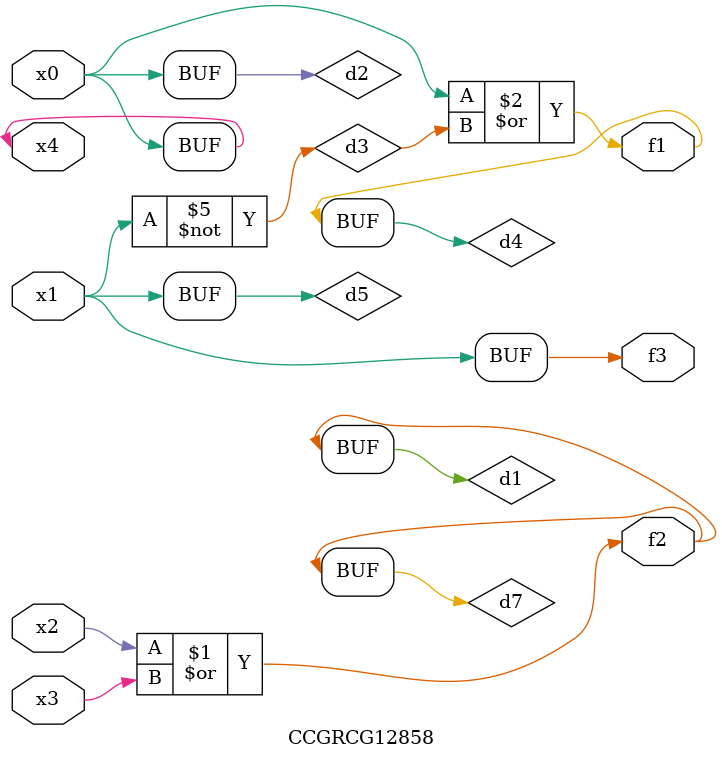
<source format=v>
module CCGRCG12858(
	input x0, x1, x2, x3, x4,
	output f1, f2, f3
);

	wire d1, d2, d3, d4, d5, d6, d7;

	or (d1, x2, x3);
	buf (d2, x0, x4);
	not (d3, x1);
	or (d4, d2, d3);
	not (d5, d3);
	nand (d6, d1, d3);
	or (d7, d1);
	assign f1 = d4;
	assign f2 = d7;
	assign f3 = d5;
endmodule

</source>
